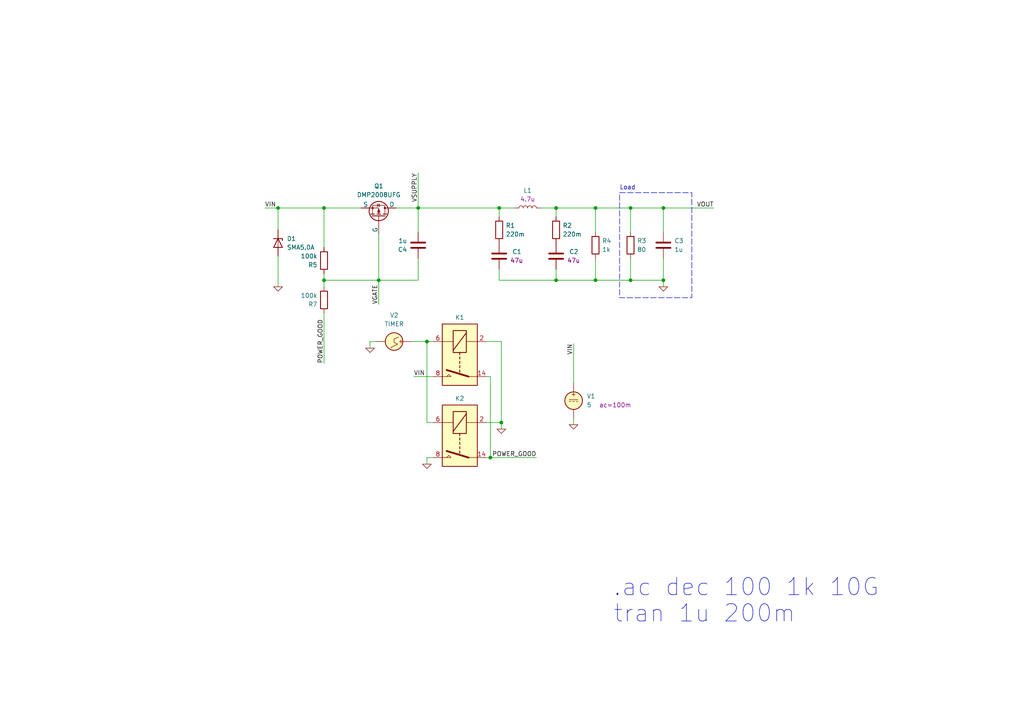
<source format=kicad_sch>
(kicad_sch (version 20230121) (generator eeschema)
  (paper "A4")
  (lib_symbols
    (symbol "Device:C" (pin_numbers hide) (pin_names (offset 0.254))
      (property "Reference" "C" (at 0.635 2.54 0))
      (property "Value" "C" (at 0.635 -2.54 0))
      (symbol "C_0_1"
        (polyline (pts (xy -2.032 -0.762) (xy 2.032 -0.762)) (stroke (width 0.508)))
        (polyline (pts (xy -2.032 0.762) (xy 2.032 0.762)) (stroke (width 0.508)))
      )
      (symbol "C_1_1"
        (pin passive line (at 0 3.81 270) (length 2.794) (name "~") (number "1"))
        (pin passive line (at 0 -3.81 90) (length 2.794) (name "~") (number "2"))
      )
    )
    (symbol "Device:D_Zener" (pin_numbers hide) (pin_names (offset 1.016) hide)
      (property "Reference" "D" (at 0 2.54 0))
      (property "Value" "D_Zener" (at 0 -2.54 0))
      (symbol "D_Zener_0_1"
        (polyline (pts (xy 1.27 0) (xy -1.27 0)))
        (polyline (pts (xy -1.27 -1.27) (xy -1.27 1.27) (xy -0.762 1.27)) (stroke (width 0.254)))
        (polyline (pts (xy 1.27 -1.27) (xy 1.27 1.27) (xy -1.27 0) (xy 1.27 -1.27)) (stroke (width 0.254)))
      )
      (symbol "D_Zener_1_1"
        (pin passive line (at -3.81 0 0) (length 2.54) (name "K") (number "1"))
        (pin passive line (at 3.81 0 180) (length 2.54) (name "A") (number "2"))
      )
    )
    (symbol "Device:L" (pin_numbers hide) (pin_names (offset 1.016) hide)
      (property "Reference" "L" (at -1.27 0 90))
      (property "Value" "L" (at 1.905 0 90))
      (symbol "L_0_1"
        (arc (start 0 -2.54) (mid 0.6323 -1.905) (end 0 -1.27))
        (arc (start 0 -1.27) (mid 0.6323 -0.635) (end 0 0))
        (arc (start 0 0) (mid 0.6323 0.635) (end 0 1.27))
        (arc (start 0 1.27) (mid 0.6323 1.905) (end 0 2.54))
      )
      (symbol "L_1_1"
        (pin passive line (at 0 3.81 270) (length 1.27) (name "1") (number "1"))
        (pin passive line (at 0 -3.81 90) (length 1.27) (name "2") (number "2"))
      )
    )
    (symbol "Device:R" (pin_numbers hide) (pin_names (offset 0))
      (property "Reference" "R" (at 2.032 0 90))
      (property "Value" "R" (at 0 0 90))
      (symbol "R_0_1"
        (rectangle (start -1.016 -2.54) (end 1.016 2.54) (stroke (width 0.254)))
      )
      (symbol "R_1_1"
        (pin passive line (at 0 3.81 270) (length 1.27) (name "~") (number "1"))
        (pin passive line (at 0 -3.81 90) (length 1.27) (name "~") (number "2"))
      )
    )
    (symbol "Relay:DIPxx-1Axx-13x"
      (property "Reference" "K" (at 8.89 3.81 0))
      (property "Value" "DIPxx-1Axx-13x" (at 8.89 1.27 0))
      (symbol "DIPxx-1Axx-13x_0_0"
        (polyline (pts (xy 5.08 5.08) (xy 5.08 2.54) (xy 4.445 3.175) (xy 5.08 3.81)))
      )
      (symbol "DIPxx-1Axx-13x_0_1"
        (rectangle (start -10.16 5.08) (end 7.62 -5.08) (stroke (width 0.254)) (fill (type background)))
        (rectangle (start -8.255 1.905) (end -1.905 -1.905) (stroke (width 0.254)))
        (polyline (pts (xy -7.62 -1.905) (xy -2.54 1.905)) (stroke (width 0.254)))
        (polyline (pts (xy -5.08 -5.08) (xy -5.08 -1.905)))
        (polyline (pts (xy -5.08 5.08) (xy -5.08 1.905)))
        (polyline (pts (xy -1.905 0) (xy -1.27 0)) (stroke (width 0.254)))
        (polyline (pts (xy -0.635 0) (xy 0 0)) (stroke (width 0.254)))
        (polyline (pts (xy 0.635 0) (xy 1.27 0)) (stroke (width 0.254)))
        (polyline (pts (xy 1.905 0) (xy 2.54 0)) (stroke (width 0.254)))
        (polyline (pts (xy 3.175 0) (xy 3.81 0)) (stroke (width 0.254)))
        (polyline (pts (xy 5.08 -2.54) (xy 3.175 3.81)) (stroke (width 0.508)))
        (polyline (pts (xy 5.08 -2.54) (xy 5.08 -5.08)))
      )
      (symbol "DIPxx-1Axx-13x_1_1"
        (pin passive line (at 5.08 -7.62 90) (length 2.54) (name "~") (number "14"))
        (pin passive line (at -5.08 -7.62 90) (length 2.54) (name "~") (number "2"))
        (pin passive line (at -5.08 7.62 270) (length 2.54) (name "~") (number "6"))
        (pin passive line (at 5.08 7.62 270) (length 2.54) (name "~") (number "8"))
      )
    )
    (symbol "Simulation_SPICE:0" (power) (pin_names (offset 0))
      (property "Value" "0" (at 0 -1.778 0))
      (symbol "0_0_1"
        (polyline (pts (xy -1.27 0) (xy 0 -1.27) (xy 1.27 0) (xy -1.27 0)))
      )
      (symbol "0_1_1"
        (pin power_in line (at 0 0 0) (length 0) hide (name "0") (number "1"))
      )
    )
    (symbol "Simulation_SPICE:PMOS" (pin_numbers hide) (pin_names (offset 0))
      (property "Reference" "Q" (at 5.08 1.27 0))
      (property "Value" "PMOS" (at 5.08 -1.27 0))
      (symbol "PMOS_0_1"
        (polyline (pts (xy 0.254 0) (xy -2.54 0)))
        (polyline (pts (xy 0.254 1.905) (xy 0.254 -1.905)) (stroke (width 0.254)))
        (polyline (pts (xy 0.762 -1.27) (xy 0.762 -2.286)) (stroke (width 0.254)))
        (polyline (pts (xy 0.762 0.508) (xy 0.762 -0.508)) (stroke (width 0.254)))
        (polyline (pts (xy 0.762 2.286) (xy 0.762 1.27)) (stroke (width 0.254)))
        (polyline (pts (xy 2.54 2.54) (xy 2.54 1.778)))
        (polyline (pts (xy 2.54 -2.54) (xy 2.54 0) (xy 0.762 0)))
        (polyline (pts (xy 0.762 1.778) (xy 3.302 1.778) (xy 3.302 -1.778) (xy 0.762 -1.778)))
        (polyline (pts (xy 2.286 0) (xy 1.27 0.381) (xy 1.27 -0.381) (xy 2.286 0)) (fill (type outline)))
        (polyline (pts (xy 2.794 -0.508) (xy 2.921 -0.381) (xy 3.683 -0.381) (xy 3.81 -0.254)))
        (polyline (pts (xy 3.302 -0.381) (xy 2.921 0.254) (xy 3.683 0.254) (xy 3.302 -0.381)))
        (circle (center 1.651 0) (radius 2.794) (stroke (width 0.254)))
        (circle (center 2.54 -1.778) (radius 0.254) (fill (type outline)))
        (circle (center 2.54 1.778) (radius 0.254) (fill (type outline)))
      )
      (symbol "PMOS_1_1"
        (pin passive line (at 2.54 5.08 270) (length 2.54) (name "D") (number "1"))
        (pin input line (at -5.08 0 0) (length 2.54) (name "G") (number "2"))
        (pin passive line (at 2.54 -5.08 90) (length 2.54) (name "S") (number "3"))
      )
    )
    (symbol "Simulation_SPICE:VDC" (pin_numbers hide) (pin_names (offset 0.0254))
      (property "Reference" "V" (at 2.54 2.54 0))
      (property "Value" "1" (at 2.54 0 0))
      (symbol "VDC_0_0"
        (polyline (pts (xy -1.27 0.254) (xy 1.27 0.254)))
        (polyline (pts (xy -0.762 -0.254) (xy -1.27 -0.254)))
        (polyline (pts (xy 0.254 -0.254) (xy -0.254 -0.254)))
        (polyline (pts (xy 1.27 -0.254) (xy 0.762 -0.254)))
        (text "+" (at 0 1.905 0) (effects (font (size 1.27 1.27))))
      )
      (symbol "VDC_0_1"
        (circle (center 0 0) (radius 2.54) (stroke (width 0.254)) (fill (type background)))
      )
      (symbol "VDC_1_1"
        (pin passive line (at 0 5.08 270) (length 2.54) (name "~") (number "1"))
        (pin passive line (at 0 -5.08 90) (length 2.54) (name "~") (number "2"))
      )
    )
    (symbol "Simulation_SPICE:VPWL" (pin_numbers hide) (pin_names (offset 0.0254))
      (property "Reference" "V" (at 2.54 2.54 0))
      (property "Value" "VPWL" (at 2.54 0 0))
      (property "Sim.Params" "pwl=\"0 -1 50n -1 51n 0 97n 1 171n -1 200n -1\"" (at 2.54 -2.54 0))
      (symbol "VPWL_0_0"
        (polyline (pts (xy -1.778 -1.016) (xy -0.762 1.016) (xy -0.254 0) (xy 0.762 0) (xy 1.27 1.27)))
        (text "+" (at 0 1.905 0) (effects (font (size 1.27 1.27))))
      )
      (symbol "VPWL_0_1"
        (circle (center 0 0) (radius 2.54) (stroke (width 0.254)) (fill (type background)))
      )
      (symbol "VPWL_1_1"
        (pin passive line (at 0 5.08 270) (length 2.54) (name "~") (number "1"))
        (pin passive line (at 0 -5.08 90) (length 2.54) (name "~") (number "2"))
      )
    )
  )
  (junction (at 192.405 81.28))
  (junction (at 172.72 81.28))
  (junction (at 142.24 132.715))
  (junction (at 121.285 60.325))
  (junction (at 123.825 99.06))
  (junction (at 80.645 60.325))
  (junction (at 109.855 81.28))
  (junction (at 93.98 81.28))
  (junction (at 161.29 81.28))
  (junction (at 161.29 60.325))
  (junction (at 182.88 81.28))
  (junction (at 144.78 60.325))
  (junction (at 182.88 60.325))
  (junction (at 145.415 122.555))
  (junction (at 172.72 60.325))
  (junction (at 192.405 60.325))
  (junction (at 93.98 60.325))
  (wire (pts (xy 192.405 60.325) (xy 207.01 60.325)))
  (wire (pts (xy 145.415 122.555) (xy 145.415 124.46)))
  (wire (pts (xy 140.97 109.22) (xy 142.24 109.22)))
  (wire (pts (xy 93.98 60.325) (xy 104.775 60.325)))
  (wire (pts (xy 121.285 50.165) (xy 121.285 60.325)))
  (wire (pts (xy 172.72 74.93) (xy 172.72 81.28)))
  (wire (pts (xy 182.88 60.325) (xy 192.405 60.325)))
  (wire (pts (xy 182.88 60.325) (xy 182.88 67.31)))
  (wire (pts (xy 93.98 60.325) (xy 93.98 71.755)))
  (wire (pts (xy 93.98 90.805) (xy 93.98 105.41)))
  (wire (pts (xy 109.855 81.28) (xy 121.285 81.28)))
  (wire (pts (xy 166.37 99.695) (xy 166.37 111.125)))
  (wire (pts (xy 145.415 122.555) (xy 140.97 122.555)))
  (wire (pts (xy 107.315 99.06) (xy 107.315 100.965)))
  (wire (pts (xy 192.405 60.325) (xy 192.405 67.31)))
  (wire (pts (xy 142.24 132.715) (xy 155.575 132.715)))
  (wire (pts (xy 172.72 60.325) (xy 182.88 60.325)))
  (wire (pts (xy 109.855 67.945) (xy 109.855 81.28)))
  (wire (pts (xy 182.88 74.93) (xy 182.88 81.28)))
  (wire (pts (xy 120.015 109.22) (xy 125.73 109.22)))
  (wire (pts (xy 123.825 132.715) (xy 123.825 134.62)))
  (wire (pts (xy 192.405 74.93) (xy 192.405 81.28)))
  (wire (pts (xy 80.645 60.325) (xy 93.98 60.325)))
  (wire (pts (xy 172.72 60.325) (xy 172.72 67.31)))
  (wire (pts (xy 123.825 122.555) (xy 125.73 122.555)))
  (wire (pts (xy 182.88 81.28) (xy 192.405 81.28)))
  (wire (pts (xy 140.97 99.06) (xy 145.415 99.06)))
  (wire (pts (xy 125.73 99.06) (xy 123.825 99.06)))
  (wire (pts (xy 192.405 81.28) (xy 192.405 83.185)))
  (wire (pts (xy 109.855 81.28) (xy 93.98 81.28)))
  (wire (pts (xy 161.29 81.28) (xy 172.72 81.28)))
  (wire (pts (xy 119.38 99.06) (xy 123.825 99.06)))
  (wire (pts (xy 161.29 60.325) (xy 172.72 60.325)))
  (wire (pts (xy 144.78 60.325) (xy 149.225 60.325)))
  (wire (pts (xy 76.835 60.325) (xy 80.645 60.325)))
  (wire (pts (xy 121.285 74.93) (xy 121.285 81.28)))
  (wire (pts (xy 144.78 81.28) (xy 144.78 78.105)))
  (wire (pts (xy 142.24 132.715) (xy 140.97 132.715)))
  (wire (pts (xy 144.78 60.325) (xy 144.78 62.865)))
  (wire (pts (xy 93.98 79.375) (xy 93.98 81.28)))
  (wire (pts (xy 121.285 60.325) (xy 121.285 67.31)))
  (wire (pts (xy 142.24 109.22) (xy 142.24 132.715)))
  (wire (pts (xy 172.72 81.28) (xy 182.88 81.28)))
  (wire (pts (xy 109.22 99.06) (xy 107.315 99.06)))
  (wire (pts (xy 161.29 81.28) (xy 161.29 78.105)))
  (wire (pts (xy 93.98 83.185) (xy 93.98 81.28)))
  (wire (pts (xy 166.37 121.285) (xy 166.37 123.19)))
  (wire (pts (xy 125.73 132.715) (xy 123.825 132.715)))
  (wire (pts (xy 121.285 60.325) (xy 144.78 60.325)))
  (wire (pts (xy 114.935 60.325) (xy 121.285 60.325)))
  (wire (pts (xy 80.645 66.675) (xy 80.645 60.325)))
  (wire (pts (xy 80.645 74.295) (xy 80.645 83.185)))
  (wire (pts (xy 161.29 60.325) (xy 161.29 62.865)))
  (wire (pts (xy 156.845 60.325) (xy 161.29 60.325)))
  (wire (pts (xy 145.415 99.06) (xy 145.415 122.555)))
  (wire (pts (xy 109.855 88.265) (xy 109.855 81.28)))
  (wire (pts (xy 144.78 81.28) (xy 161.29 81.28)))
  (wire (pts (xy 123.825 99.06) (xy 123.825 122.555)))
  (rectangle (start 179.705 55.88) (end 200.66 86.36) (stroke (width 0) (type dash)))
  (text "Load" (at 179.705 55.245 0) (effects (font (size 1.27 1.27)) (justify left bottom)))
  (text ".ac dec 100 1k 10G" (at 177.8 173.355 0) (effects (font (size 5 5)) (justify left bottom)))
  (text "tran 1u 200m" (at 177.8 180.975 0) (effects (font (size 5 5)) (justify left bottom)))
  (label "VIN" (at 120.015 109.22 0))
  (label "VOUT" (at 207.01 60.325 180))
  (label "POWER_GOOD" (at 93.98 105.41 90))
  (label "VGATE" (at 109.855 88.265 90))
  (label "POWER_GOOD" (at 155.575 132.715 180))
  (label "VIN" (at 166.37 99.695 270))
  (label "VSUPPLY" (at 121.285 50.165 270))
  (label "VIN" (at 76.835 60.325 0))
  (symbol (lib_id "Simulation_SPICE:0") (at 145.415 124.46 0) (mirror y) (unit 1)
    (property "Reference" "#GND05" (effects hide))
    (property "Value" "0" (effects hide))
  )
  (symbol (lib_id "Device:R") (at 93.98 86.995 180) (unit 1)
    (property "Reference" "R7" (at 92.075 88.265 0) (effects (justify left)))
    (property "Value" "100k" (at 92.075 85.725 0) (effects (justify left)))
  )
  (symbol (lib_id "Simulation_SPICE:VPWL") (at 114.3 99.06 270) (mirror x) (unit 1)
    (property "Reference" "V2" (at 114.3357 91.44 90))
    (property "Value" "TIMER" (at 114.3357 93.98 90))
    (property "Sim.Pins" "1=+ 2=-" (effects hide))
    (property "Sim.Device" "V" (effects hide))
    (property "Sim.Params" "pwl=\"0 0 5m 4 5001u 4.1\"" (effects hide))
    (property "Sim.Type" "PWL" (effects hide))
  )
  (symbol (lib_id "Simulation_SPICE:0") (at 192.405 83.185 0) (unit 1)
    (property "Reference" "#GND01" (effects hide))
    (property "Value" "0" (effects hide))
  )
  (symbol (lib_id "Simulation_SPICE:0") (at 123.825 134.62 0) (mirror y) (unit 1)
    (property "Reference" "#GND06" (effects hide))
    (property "Value" "0" (effects hide))
  )
  (symbol (lib_id "Simulation_SPICE:PMOS") (at 109.855 62.865 270) (mirror x) (unit 1)
    (property "Reference" "Q1" (at 109.855 53.975 90))
    (property "Value" "DMP2008UFG" (at 109.855 56.515 90))
    (property "Datasheet" "https://ngspice.sourceforge.io/docs/ngspice-manual.pdf" (effects hide))
    (property "Sim.Device" "SUBCKT" (effects hide))
    (property "Sim.Pins" "1=10 2=20 3=30" (effects hide))
    (property "Sim.Library" "SPICEModels/DMP2008UFG.lib" (effects hide))
    (property "Sim.Name" "DMP2008UFG" (effects hide))
  )
  (symbol (lib_id "Device:C") (at 144.78 74.295 0) (unit 1)
    (property "Reference" "C1" (at 148.59 73.025 0) (effects (justify left)))
    (property "Value" "${SIM.PARAMS}" (effects hide))
    (property "Datasheet" "47u" (at 149.86 75.565 0))
    (property "Sim.Device" "SUBCKT" (effects hide))
    (property "Sim.Pins" "1=port1 2=port2" (effects hide))
    (property "Sim.Library" "SPICEModels/MURATA_47uF.lib" (effects hide))
    (property "Sim.Name" "GRM32ER61C476ME15_DC0V_25degC" (effects hide))
  )
  (symbol (lib_id "Device:R") (at 93.98 75.565 180) (unit 1)
    (property "Reference" "R5" (at 92.075 76.835 0) (effects (justify left)))
    (property "Value" "100k" (at 92.075 74.295 0) (effects (justify left)))
  )
  (symbol (lib_id "Device:R") (at 161.29 66.675 0) (unit 1)
    (property "Reference" "R2" (at 163.195 65.405 0) (effects (justify left)))
    (property "Value" "220m" (at 163.195 67.945 0) (effects (justify left)))
  )
  (symbol (lib_id "Device:C") (at 192.405 71.12 0) (unit 1)
    (property "Reference" "C3" (at 195.58 69.85 0) (effects (justify left)))
    (property "Value" "1u" (at 195.58 72.39 0) (effects (justify left)))
  )
  (symbol (lib_id "Device:D_Zener") (at 80.645 70.485 270) (unit 1)
    (property "Reference" "D1" (at 83.185 69.215 90) (effects (justify left)))
    (property "Value" "SMA5.0A" (at 83.185 71.755 90) (effects (justify left)))
    (property "Sim.Library" "SPICEModels/SMAJxxxA.lib" (effects hide))
    (property "Sim.Name" "SMAJ5.0A" (effects hide))
    (property "Sim.Device" "SUBCKT" (effects hide))
    (property "Sim.Pins" "1=2 2=1" (effects hide))
  )
  (symbol (lib_id "Relay:DIPxx-1Axx-13x") (at 133.35 104.14 90) (mirror x) (unit 1)
    (property "Reference" "K1" (at 133.35 92.075 90))
    (property "Value" "DIPxx-1Axx-13x" (effects hide))
    (property "Footprint" "Relay_THT:Relay_StandexMeder_DIP_LowProfile" (effects hide))
    (property "Datasheet" "https://standexelectronics.com/wp-content/uploads/datasheet_reed_relay_DIP.pdf" (effects hide))
    (property "Sim.Device" "SW" (effects hide))
    (property "Sim.Type" "V" (effects hide))
    (property "Sim.Pins" "2=ctrl- 6=ctrl+ 8=no+ 14=no-" (effects hide))
    (property "Sim.Params" "thr=4.1 ron=1T roff=1m ic=off" (effects hide))
  )
  (symbol (lib_id "Device:R") (at 172.72 71.12 0) (unit 1)
    (property "Reference" "R4" (at 174.625 69.85 0) (effects (justify left)))
    (property "Value" "1k" (at 174.625 72.39 0) (effects (justify left)))
  )
  (symbol (lib_id "Simulation_SPICE:0") (at 107.315 100.965 0) (mirror y) (unit 1)
    (property "Reference" "#GND04" (effects hide))
    (property "Value" "0" (effects hide))
  )
  (symbol (lib_id "Device:R") (at 182.88 71.12 0) (unit 1)
    (property "Reference" "R3" (at 184.785 69.85 0) (effects (justify left)))
    (property "Value" "80" (at 184.785 72.39 0) (effects (justify left)))
  )
  (symbol (lib_id "Simulation_SPICE:0") (at 166.37 123.19 0) (unit 1)
    (property "Reference" "#GND02" (effects hide))
    (property "Value" "0" (effects hide))
  )
  (symbol (lib_id "Simulation_SPICE:VDC") (at 166.37 116.205 0) (unit 1)
    (property "Reference" "V1" (at 170.18 114.8992 0) (effects (justify left)))
    (property "Value" "5" (at 170.18 117.4392 0) (effects (justify left)))
    (property "Sim.Pins" "1=+ 2=-" (effects hide))
    (property "Sim.Type" "DC" (effects hide))
    (property "Sim.Device" "V" (effects hide))
    (property "Sim.Params" "ac=100m" (at 178.435 117.475 0))
  )
  (symbol (lib_id "Device:R") (at 144.78 66.675 0) (unit 1)
    (property "Reference" "R1" (at 146.685 65.405 0) (effects (justify left)))
    (property "Value" "220m" (at 146.685 67.945 0) (effects (justify left)))
  )
  (symbol (lib_id "Device:C") (at 161.29 74.295 0) (unit 1)
    (property "Reference" "C2" (at 165.1 73.025 0) (effects (justify left)))
    (property "Value" "${SIM.PARAMS}" (effects hide))
    (property "Datasheet" "47u" (at 166.37 75.565 0))
    (property "Sim.Device" "SUBCKT" (effects hide))
    (property "Sim.Pins" "1=port1 2=port2" (effects hide))
    (property "Sim.Library" "SPICEModels/MURATA_47uF.lib" (effects hide))
    (property "Sim.Name" "GRM32ER61C476ME15_DC0V_25degC" (effects hide))
  )
  (symbol (lib_id "Device:L") (at 153.035 60.325 90) (unit 1)
    (property "Reference" "L1" (at 153.035 55.245 90))
    (property "Value" "${SIM.PARAMS}" (effects hide))
    (property "Datasheet" "4.7u" (at 153.035 57.785 90))
    (property "Sim.Device" "SUBCKT" (effects hide))
    (property "Sim.Pins" "1=port1 2=port2" (effects hide))
    (property "Sim.Library" "SPICEModels/1274AS-H-4R7N.lib" (effects hide))
    (property "Sim.Name" "1274AS-H-4R7N" (effects hide))
  )
  (symbol (lib_id "Relay:DIPxx-1Axx-13x") (at 133.35 127.635 90) (mirror x) (unit 1)
    (property "Reference" "K2" (at 133.35 115.57 90))
    (property "Value" "DIPxx-1Axx-13x" (effects hide))
    (property "Footprint" "Relay_THT:Relay_StandexMeder_DIP_LowProfile" (effects hide))
    (property "Datasheet" "https://standexelectronics.com/wp-content/uploads/datasheet_reed_relay_DIP.pdf" (effects hide))
    (property "Sim.Device" "SW" (effects hide))
    (property "Sim.Type" "V" (effects hide))
    (property "Sim.Pins" "2=ctrl- 6=ctrl+ 8=no+ 14=no-" (effects hide))
    (property "Sim.Params" "thr=4.1 ron=1m roff=1T ic=off" (effects hide))
  )
  (symbol (lib_id "Simulation_SPICE:0") (at 80.645 83.185 0) (unit 1)
    (property "Reference" "#GND03" (effects hide))
    (property "Value" "0" (effects hide))
  )
  (symbol (lib_id "Device:C") (at 121.285 71.12 180) (unit 1)
    (property "Reference" "C4" (at 118.11 72.39 0) (effects (justify left)))
    (property "Value" "1u" (at 118.11 69.85 0) (effects (justify left)))
  )
)
</source>
